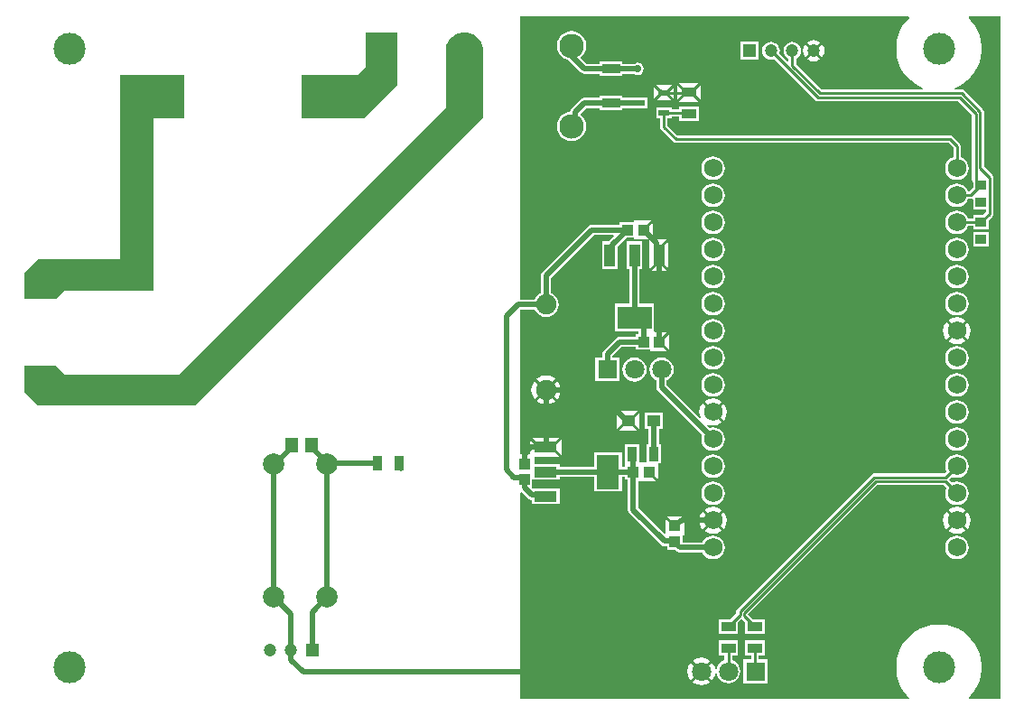
<source format=gtl>
G04*
G04 #@! TF.GenerationSoftware,Altium Limited,Altium Designer,19.1.7 (138)*
G04*
G04 Layer_Physical_Order=1*
G04 Layer_Color=255*
%FSLAX44Y44*%
%MOMM*%
G71*
G01*
G75*
%ADD10C,0.2500*%
%ADD12C,0.2540*%
%ADD18R,1.0000X2.1500*%
%ADD19R,3.2500X2.1500*%
%ADD20R,1.1500X1.4500*%
%ADD21R,0.9500X1.4000*%
%ADD22R,1.0000X1.0000*%
%ADD23R,1.4000X0.9500*%
%ADD24R,1.0000X0.9000*%
%ADD25R,1.0000X1.0000*%
%ADD26R,2.1500X3.2500*%
%ADD27R,2.1500X1.0000*%
%ADD28R,1.7000X0.9000*%
%ADD29R,1.0000X0.6000*%
%ADD30R,1.3000X1.1000*%
%ADD53C,0.5000*%
%ADD54C,1.0000*%
%ADD55R,1.2000X1.2000*%
%ADD56C,1.2000*%
%ADD57C,3.0000*%
%ADD58C,2.0000*%
%ADD59C,1.8000*%
%ADD60R,1.8000X1.8000*%
%ADD61C,1.7530*%
%ADD62C,2.3000*%
%ADD63C,1.9000*%
%ADD64C,0.5000*%
%ADD65C,0.7000*%
G36*
X934902Y5098D02*
X905826D01*
X905340Y6271D01*
X907638Y8569D01*
X910830Y12729D01*
X913452Y17270D01*
X915458Y22115D01*
X916815Y27180D01*
X917500Y32378D01*
X917500Y35000D01*
X917500Y37622D01*
X916815Y42820D01*
X915458Y47885D01*
X913452Y52729D01*
X910830Y57270D01*
X907638Y61430D01*
X903930Y65138D01*
X899771Y68330D01*
X895229Y70952D01*
X890385Y72958D01*
X885320Y74316D01*
X880122Y75000D01*
X877500Y75000D01*
X874878D01*
X869680Y74316D01*
X864615Y72958D01*
X859770Y70952D01*
X855229Y68330D01*
X851069Y65138D01*
X847362Y61430D01*
X844170Y57270D01*
X841548Y52729D01*
X839541Y47885D01*
X838184Y42820D01*
X837500Y37622D01*
Y32378D01*
X838184Y27180D01*
X839541Y22115D01*
X841548Y17270D01*
X844170Y12729D01*
X847362Y8569D01*
X849660Y6271D01*
X849174Y5098D01*
X485000D01*
Y198427D01*
X486270Y198953D01*
X492112Y193111D01*
X493666Y192073D01*
X495500Y191708D01*
X495800Y190497D01*
Y187800D01*
X521700D01*
Y202200D01*
X496610D01*
X496200Y203300D01*
X496200Y203300D01*
X496200D01*
X496200Y203300D01*
Y210800D01*
X521700D01*
Y213208D01*
X554300D01*
Y199550D01*
X580200D01*
Y213208D01*
X583300D01*
Y210800D01*
X585708D01*
Y182500D01*
X585708Y182500D01*
X586073Y180666D01*
X587112Y179111D01*
X616612Y149612D01*
X618166Y148573D01*
X620000Y148208D01*
X620000Y148208D01*
X622800D01*
Y145300D01*
X629423D01*
X630911Y143812D01*
X630911Y143812D01*
X632466Y142773D01*
X634300Y142408D01*
X634300Y142408D01*
X655816D01*
X656122Y141670D01*
X657880Y139380D01*
X660170Y137622D01*
X662838Y136517D01*
X665700Y136140D01*
X668562Y136517D01*
X671230Y137622D01*
X673520Y139380D01*
X675278Y141670D01*
X676383Y144338D01*
X676760Y147200D01*
X676383Y150062D01*
X675278Y152730D01*
X673520Y155020D01*
X671230Y156778D01*
X668562Y157883D01*
X665700Y158260D01*
X662838Y157883D01*
X660170Y156778D01*
X657880Y155020D01*
X656122Y152730D01*
X655816Y151992D01*
X637200D01*
Y158500D01*
X639000D01*
Y174704D01*
X630898Y166602D01*
X630000Y167500D01*
X629102Y166602D01*
X621000Y174704D01*
Y160436D01*
X619827Y159950D01*
X595292Y184485D01*
Y208850D01*
X596500Y209000D01*
Y209000D01*
X612704D01*
X604602Y217102D01*
X606398Y218898D01*
X614500Y210796D01*
Y225800D01*
X616950D01*
Y244200D01*
X614792D01*
Y258300D01*
X618700D01*
Y273700D01*
X601300D01*
Y258300D01*
X605208D01*
Y244200D01*
X603050D01*
Y227000D01*
X596950D01*
Y244200D01*
X583050D01*
Y226367D01*
X583050Y225800D01*
X583050D01*
X583300Y225200D01*
X583300Y225200D01*
Y222792D01*
X580200D01*
Y236450D01*
X554300D01*
Y222792D01*
X521700D01*
Y225200D01*
X498000D01*
Y232000D01*
X521704D01*
X513602Y240102D01*
X514500Y241000D01*
X513602Y241898D01*
X521704Y250000D01*
X495796D01*
X503898Y241898D01*
X502102Y240102D01*
X494000Y248204D01*
Y234500D01*
X485000D01*
Y370208D01*
X498321D01*
X498780Y369100D01*
X500656Y366656D01*
X503100Y364780D01*
X505946Y363601D01*
X509000Y363199D01*
X512054Y363601D01*
X514901Y364780D01*
X517345Y366656D01*
X519220Y369100D01*
X520399Y371946D01*
X520801Y375000D01*
X520399Y378054D01*
X519220Y380900D01*
X517345Y383344D01*
X514901Y385220D01*
X513792Y385679D01*
Y400015D01*
X553985Y440208D01*
X572272D01*
X572758Y439035D01*
X568111Y434389D01*
X567985Y434200D01*
X561800D01*
Y408300D01*
X576200D01*
Y423287D01*
X576292Y423750D01*
Y429015D01*
X585077Y437800D01*
X591500D01*
Y436000D01*
X604730D01*
X606000Y436000D01*
X606000Y434730D01*
Y408296D01*
X614102Y416398D01*
X615000Y415500D01*
X615898Y416398D01*
X624000Y408296D01*
Y434204D01*
X615898Y426102D01*
X614102Y427898D01*
X622204Y436000D01*
X610770D01*
X609500Y436000D01*
X609500Y437270D01*
Y452204D01*
X601398Y444102D01*
X599602Y445898D01*
X607704Y454000D01*
X591500D01*
Y452200D01*
X578300D01*
Y449792D01*
X552000D01*
X552000Y449792D01*
X550166Y449427D01*
X548611Y448388D01*
X548611Y448388D01*
X505611Y405388D01*
X504573Y403834D01*
X504208Y402000D01*
X504208Y402000D01*
Y385679D01*
X503100Y385220D01*
X500656Y383344D01*
X498780Y380900D01*
X498321Y379792D01*
X485000D01*
Y644902D01*
X849174D01*
X849660Y643729D01*
X847362Y641430D01*
X844170Y637270D01*
X841548Y632729D01*
X839541Y627885D01*
X838184Y622820D01*
X837500Y617622D01*
Y612378D01*
X838184Y607179D01*
X839541Y602115D01*
X841548Y597270D01*
X844170Y592729D01*
X847362Y588569D01*
X851070Y584862D01*
X855230Y581670D01*
X859771Y579048D01*
X862668Y577848D01*
X862415Y576578D01*
X767139D01*
X743538Y600179D01*
Y605590D01*
X744135Y605837D01*
X745848Y607152D01*
X747163Y608865D01*
X747989Y610859D01*
X748271Y613000D01*
X747989Y615141D01*
X747163Y617135D01*
X745848Y618848D01*
X744135Y620163D01*
X742141Y620989D01*
X740000Y621271D01*
X737859Y620989D01*
X735865Y620163D01*
X734152Y618848D01*
X732837Y617135D01*
X732011Y615141D01*
X731729Y613000D01*
X732011Y610859D01*
X732837Y608865D01*
X734152Y607152D01*
X735865Y605837D01*
X736462Y605590D01*
Y603201D01*
X735289Y602715D01*
X727741Y610262D01*
X727989Y610859D01*
X728271Y613000D01*
X727989Y615141D01*
X727163Y617135D01*
X725848Y618848D01*
X724135Y620163D01*
X722141Y620989D01*
X720000Y621271D01*
X717859Y620989D01*
X715865Y620163D01*
X714152Y618848D01*
X712837Y617135D01*
X712011Y615141D01*
X711729Y613000D01*
X712011Y610859D01*
X712837Y608865D01*
X714152Y607152D01*
X715865Y605837D01*
X717859Y605011D01*
X720000Y604729D01*
X722141Y605011D01*
X722738Y605258D01*
X761498Y566498D01*
X762646Y565731D01*
X764000Y565462D01*
X895535D01*
X908462Y552534D01*
Y492000D01*
X908731Y490646D01*
X909498Y489498D01*
X909800Y489197D01*
Y485303D01*
X905876Y481380D01*
X904434Y481588D01*
X903878Y482930D01*
X902120Y485220D01*
X899830Y486978D01*
X897162Y488083D01*
X894300Y488460D01*
X891438Y488083D01*
X888770Y486978D01*
X886480Y485220D01*
X884722Y482930D01*
X883617Y480262D01*
X883240Y477400D01*
X883617Y474538D01*
X884722Y471870D01*
X886480Y469580D01*
X888770Y467822D01*
X891438Y466717D01*
X894300Y466340D01*
X897162Y466717D01*
X899830Y467822D01*
X902120Y469580D01*
X903878Y471870D01*
X904703Y473862D01*
X906900D01*
X908254Y474131D01*
X908530Y474316D01*
X909800Y473637D01*
Y464300D01*
X921462D01*
Y461465D01*
X918697Y458700D01*
X909800D01*
Y455538D01*
X904703D01*
X903878Y457530D01*
X902120Y459820D01*
X899830Y461578D01*
X897162Y462683D01*
X894300Y463060D01*
X891438Y462683D01*
X888770Y461578D01*
X886480Y459820D01*
X884722Y457530D01*
X883617Y454862D01*
X883240Y452000D01*
X883617Y449138D01*
X884722Y446470D01*
X886480Y444180D01*
X888770Y442422D01*
X891438Y441317D01*
X894300Y440940D01*
X897162Y441317D01*
X899830Y442422D01*
X902120Y444180D01*
X903878Y446470D01*
X904703Y448462D01*
X909800D01*
Y445300D01*
X924200D01*
Y454197D01*
X927502Y457498D01*
X928269Y458646D01*
X928538Y460000D01*
Y494000D01*
X928269Y495354D01*
X927502Y496502D01*
X919578Y504426D01*
Y555673D01*
X919309Y557027D01*
X918542Y558175D01*
X901175Y575542D01*
X900027Y576309D01*
X898673Y576578D01*
X892585D01*
X892332Y577848D01*
X895230Y579048D01*
X899771Y581670D01*
X903930Y584862D01*
X907638Y588569D01*
X910830Y592729D01*
X913452Y597270D01*
X915458Y602115D01*
X916815Y607179D01*
X917500Y612378D01*
X917500Y615000D01*
X917500Y617622D01*
X916815Y622820D01*
X915458Y627885D01*
X913452Y632729D01*
X910830Y637270D01*
X907638Y641430D01*
X905340Y643729D01*
X905826Y644902D01*
X934902D01*
X934902Y5098D01*
D02*
G37*
G36*
X370000Y581000D02*
X339000Y550000D01*
X280000D01*
Y590000D01*
X332000D01*
X340000Y598000D01*
Y630000D01*
X370000D01*
Y581000D01*
D02*
G37*
G36*
X170000Y550000D02*
X141000Y550000D01*
X141000Y388000D01*
X110000Y388000D01*
Y388000D01*
X58000Y388000D01*
X50000Y380000D01*
X20000Y380000D01*
X20000Y405000D01*
X32500Y417500D01*
X110000Y417500D01*
X110000Y590000D01*
X170000Y590000D01*
X170000Y550000D01*
D02*
G37*
G36*
X433000Y630000D02*
X434674Y630000D01*
X437959Y629347D01*
X441053Y628065D01*
X443837Y626205D01*
X446205Y623837D01*
X448065Y621053D01*
X449347Y617959D01*
X450000Y614674D01*
X450000Y613000D01*
X450000Y613000D01*
X450000Y550000D01*
X180000Y280000D01*
X32500Y280000D01*
X20000Y292500D01*
X20000Y317500D01*
X50000Y317500D01*
X58000Y309500D01*
X164500Y309500D01*
X415000Y560000D01*
X415000Y613000D01*
Y614674D01*
X415653Y617959D01*
X416935Y621052D01*
X418795Y623837D01*
X421163Y626205D01*
X423947Y628065D01*
X427041Y629347D01*
X430326Y630000D01*
X432000D01*
X432000Y630000D01*
X433000Y630000D01*
D02*
G37*
%LPC*%
G36*
X760000Y623086D02*
X757390Y622743D01*
X754957Y621735D01*
X753884Y620912D01*
X760000Y614796D01*
X766116Y620912D01*
X765043Y621735D01*
X762610Y622743D01*
X760000Y623086D01*
D02*
G37*
G36*
X767912Y619116D02*
X761796Y613000D01*
X767912Y606884D01*
X768735Y607957D01*
X769743Y610390D01*
X770086Y613000D01*
X769743Y615611D01*
X768735Y618043D01*
X767912Y619116D01*
D02*
G37*
G36*
X752088Y619116D02*
X751265Y618043D01*
X750257Y615611D01*
X749914Y613000D01*
X750257Y610390D01*
X751265Y607957D01*
X752088Y606884D01*
X758204Y613000D01*
X752088Y619116D01*
D02*
G37*
G36*
X708200Y621200D02*
X691800D01*
Y604800D01*
X708200D01*
Y621200D01*
D02*
G37*
G36*
X760000Y611204D02*
X753884Y605088D01*
X754957Y604265D01*
X757390Y603257D01*
X760000Y602914D01*
X762610Y603257D01*
X765043Y604265D01*
X766116Y605088D01*
X760000Y611204D01*
D02*
G37*
G36*
X533000Y631418D02*
X529424Y630947D01*
X526091Y629567D01*
X523229Y627371D01*
X521033Y624509D01*
X519653Y621176D01*
X519182Y617600D01*
X519653Y614024D01*
X521033Y610691D01*
X523229Y607829D01*
X526091Y605633D01*
X529424Y604253D01*
X530053Y604170D01*
X541612Y592612D01*
X543166Y591573D01*
X545000Y591208D01*
X545000Y591208D01*
X559300D01*
Y589300D01*
X580700D01*
Y591208D01*
X591912D01*
X592776Y590631D01*
X595000Y590188D01*
X597224Y590631D01*
X599109Y591890D01*
X600369Y593776D01*
X600812Y596000D01*
X600369Y598224D01*
X599109Y600109D01*
X597224Y601369D01*
X595000Y601812D01*
X592776Y601369D01*
X591912Y600792D01*
X580700D01*
Y602700D01*
X559300D01*
Y600792D01*
X546985D01*
X541855Y605922D01*
X541938Y607190D01*
X542771Y607829D01*
X544967Y610691D01*
X546347Y614024D01*
X546818Y617600D01*
X546347Y621176D01*
X544967Y624509D01*
X542771Y627371D01*
X539909Y629567D01*
X536576Y630947D01*
X533000Y631418D01*
D02*
G37*
G36*
X580700Y570700D02*
X559300D01*
Y568792D01*
X545000D01*
X545000Y568792D01*
X543166Y568427D01*
X541612Y567389D01*
X541612Y567388D01*
X533056Y558833D01*
X532017Y557278D01*
X531692Y555646D01*
X529424Y555347D01*
X526091Y553967D01*
X523229Y551771D01*
X521033Y548909D01*
X519653Y545576D01*
X519182Y542000D01*
X519653Y538424D01*
X521033Y535091D01*
X523229Y532229D01*
X526091Y530033D01*
X529424Y528653D01*
X533000Y528182D01*
X536576Y528653D01*
X539909Y530033D01*
X542771Y532229D01*
X544967Y535091D01*
X546347Y538424D01*
X546818Y542000D01*
X546347Y545576D01*
X544967Y548909D01*
X542771Y551771D01*
X541879Y552455D01*
X541792Y554015D01*
X546985Y559208D01*
X559300D01*
Y557300D01*
X580700D01*
Y559208D01*
X589370D01*
Y558800D01*
X603770D01*
Y569200D01*
X589370D01*
Y568792D01*
X580700D01*
Y570700D01*
D02*
G37*
G36*
X628500Y578704D02*
X623296Y573500D01*
X628500Y568296D01*
Y578704D01*
D02*
G37*
G36*
X610500Y578704D02*
Y568296D01*
X615704Y573500D01*
X610500Y578704D01*
D02*
G37*
G36*
X632000Y580954D02*
Y567046D01*
X638954Y574000D01*
X632000Y580954D01*
D02*
G37*
G36*
X654000Y580954D02*
X647046Y574000D01*
X654000Y567046D01*
Y580954D01*
D02*
G37*
G36*
X626704Y580500D02*
X612296D01*
X618398Y574398D01*
X617500Y573500D01*
X618398Y572602D01*
X612296Y566500D01*
X626704D01*
X620602Y572602D01*
X621500Y573500D01*
X620602Y574398D01*
X626704Y580500D01*
D02*
G37*
G36*
X652204Y582750D02*
X633796D01*
X641648Y574898D01*
X640750Y574000D01*
X641648Y573102D01*
X633796Y565250D01*
X652204D01*
X644352Y573102D01*
X645250Y574000D01*
X644352Y574898D01*
X652204Y582750D01*
D02*
G37*
G36*
X652200Y560950D02*
X633800D01*
Y558018D01*
X626700D01*
Y559700D01*
X612300D01*
Y549300D01*
X615982D01*
Y541500D01*
X616250Y540154D01*
X617013Y539013D01*
X628513Y527513D01*
X629654Y526750D01*
X631000Y526482D01*
X886543D01*
X890782Y522243D01*
Y513211D01*
X888770Y512378D01*
X886480Y510620D01*
X884722Y508330D01*
X883617Y505662D01*
X883240Y502800D01*
X883617Y499938D01*
X884722Y497270D01*
X886480Y494980D01*
X888770Y493222D01*
X891438Y492117D01*
X894300Y491740D01*
X897162Y492117D01*
X899830Y493222D01*
X902120Y494980D01*
X903878Y497270D01*
X904983Y499938D01*
X905360Y502800D01*
X904983Y505662D01*
X903878Y508330D01*
X902120Y510620D01*
X899830Y512378D01*
X897818Y513211D01*
Y523700D01*
X897550Y525046D01*
X896787Y526187D01*
X890487Y532487D01*
X889346Y533250D01*
X888000Y533518D01*
X632457D01*
X623018Y542957D01*
Y549300D01*
X626700D01*
Y550982D01*
X633800D01*
Y547050D01*
X652200D01*
Y560950D01*
D02*
G37*
G36*
X665700Y513860D02*
X662838Y513483D01*
X660170Y512378D01*
X657880Y510620D01*
X656122Y508330D01*
X655017Y505662D01*
X654640Y502800D01*
X655017Y499938D01*
X656122Y497270D01*
X657880Y494980D01*
X660170Y493222D01*
X662838Y492117D01*
X665700Y491740D01*
X668562Y492117D01*
X671230Y493222D01*
X673520Y494980D01*
X675278Y497270D01*
X676383Y499938D01*
X676760Y502800D01*
X676383Y505662D01*
X675278Y508330D01*
X673520Y510620D01*
X671230Y512378D01*
X668562Y513483D01*
X665700Y513860D01*
D02*
G37*
G36*
Y488460D02*
X662838Y488083D01*
X660170Y486978D01*
X657880Y485220D01*
X656122Y482930D01*
X655017Y480262D01*
X654640Y477400D01*
X655017Y474538D01*
X656122Y471870D01*
X657880Y469580D01*
X660170Y467822D01*
X662838Y466717D01*
X665700Y466340D01*
X668562Y466717D01*
X671230Y467822D01*
X673520Y469580D01*
X675278Y471870D01*
X676383Y474538D01*
X676760Y477400D01*
X676383Y480262D01*
X675278Y482930D01*
X673520Y485220D01*
X671230Y486978D01*
X668562Y488083D01*
X665700Y488460D01*
D02*
G37*
G36*
Y463060D02*
X662838Y462683D01*
X660170Y461578D01*
X657880Y459820D01*
X656122Y457530D01*
X655017Y454862D01*
X654640Y452000D01*
X655017Y449138D01*
X656122Y446470D01*
X657880Y444180D01*
X660170Y442422D01*
X662838Y441317D01*
X665700Y440940D01*
X668562Y441317D01*
X671230Y442422D01*
X673520Y444180D01*
X675278Y446470D01*
X676383Y449138D01*
X676760Y452000D01*
X676383Y454862D01*
X675278Y457530D01*
X673520Y459820D01*
X671230Y461578D01*
X668562Y462683D01*
X665700Y463060D01*
D02*
G37*
G36*
X924200Y442700D02*
X909800D01*
Y429300D01*
X924200D01*
Y442700D01*
D02*
G37*
G36*
X894300Y437660D02*
X891438Y437283D01*
X888770Y436178D01*
X886480Y434420D01*
X884722Y432130D01*
X883617Y429462D01*
X883240Y426600D01*
X883617Y423738D01*
X884722Y421070D01*
X886480Y418780D01*
X888770Y417022D01*
X891438Y415917D01*
X894300Y415540D01*
X897162Y415917D01*
X899830Y417022D01*
X902120Y418780D01*
X903878Y421070D01*
X904983Y423738D01*
X905360Y426600D01*
X904983Y429462D01*
X903878Y432130D01*
X902120Y434420D01*
X899830Y436178D01*
X897162Y437283D01*
X894300Y437660D01*
D02*
G37*
G36*
X665700D02*
X662838Y437283D01*
X660170Y436178D01*
X657880Y434420D01*
X656122Y432130D01*
X655017Y429462D01*
X654640Y426600D01*
X655017Y423738D01*
X656122Y421070D01*
X657880Y418780D01*
X660170Y417022D01*
X662838Y415917D01*
X665700Y415540D01*
X668562Y415917D01*
X671230Y417022D01*
X673520Y418780D01*
X675278Y421070D01*
X676383Y423738D01*
X676760Y426600D01*
X676383Y429462D01*
X675278Y432130D01*
X673520Y434420D01*
X671230Y436178D01*
X668562Y437283D01*
X665700Y437660D01*
D02*
G37*
G36*
X615000Y413704D02*
X607796Y406500D01*
X622204D01*
X615000Y413704D01*
D02*
G37*
G36*
X894300Y412260D02*
X891438Y411883D01*
X888770Y410778D01*
X886480Y409020D01*
X884722Y406730D01*
X883617Y404062D01*
X883240Y401200D01*
X883617Y398338D01*
X884722Y395670D01*
X886480Y393380D01*
X888770Y391622D01*
X891438Y390517D01*
X894300Y390140D01*
X897162Y390517D01*
X899830Y391622D01*
X902120Y393380D01*
X903878Y395670D01*
X904983Y398338D01*
X905360Y401200D01*
X904983Y404062D01*
X903878Y406730D01*
X902120Y409020D01*
X899830Y410778D01*
X897162Y411883D01*
X894300Y412260D01*
D02*
G37*
G36*
X665700D02*
X662838Y411883D01*
X660170Y410778D01*
X657880Y409020D01*
X656122Y406730D01*
X655017Y404062D01*
X654640Y401200D01*
X655017Y398338D01*
X656122Y395670D01*
X657880Y393380D01*
X660170Y391622D01*
X662838Y390517D01*
X665700Y390140D01*
X668562Y390517D01*
X671230Y391622D01*
X673520Y393380D01*
X675278Y395670D01*
X676383Y398338D01*
X676760Y401200D01*
X676383Y404062D01*
X675278Y406730D01*
X673520Y409020D01*
X671230Y410778D01*
X668562Y411883D01*
X665700Y412260D01*
D02*
G37*
G36*
X894300Y386860D02*
X891438Y386483D01*
X888770Y385378D01*
X886480Y383620D01*
X884722Y381330D01*
X883617Y378662D01*
X883240Y375800D01*
X883617Y372938D01*
X884722Y370270D01*
X886480Y367980D01*
X888770Y366222D01*
X891438Y365117D01*
X894300Y364740D01*
X897162Y365117D01*
X899830Y366222D01*
X902120Y367980D01*
X903878Y370270D01*
X904983Y372938D01*
X905360Y375800D01*
X904983Y378662D01*
X903878Y381330D01*
X902120Y383620D01*
X899830Y385378D01*
X897162Y386483D01*
X894300Y386860D01*
D02*
G37*
G36*
X665700D02*
X662838Y386483D01*
X660170Y385378D01*
X657880Y383620D01*
X656122Y381330D01*
X655017Y378662D01*
X654640Y375800D01*
X655017Y372938D01*
X656122Y370270D01*
X657880Y367980D01*
X660170Y366222D01*
X662838Y365117D01*
X665700Y364740D01*
X668562Y365117D01*
X671230Y366222D01*
X673520Y367980D01*
X675278Y370270D01*
X676383Y372938D01*
X676760Y375800D01*
X676383Y378662D01*
X675278Y381330D01*
X673520Y383620D01*
X671230Y385378D01*
X668562Y386483D01*
X665700Y386860D01*
D02*
G37*
G36*
X894300Y363275D02*
X890968Y362836D01*
X887862Y361550D01*
X886212Y360284D01*
X894300Y352196D01*
X902388Y360284D01*
X900738Y361550D01*
X897632Y362836D01*
X894300Y363275D01*
D02*
G37*
G36*
X599200Y434200D02*
X584800D01*
Y408300D01*
X587208D01*
Y375700D01*
X573550D01*
Y349800D01*
X595708D01*
Y347200D01*
X593300D01*
Y344792D01*
X578000D01*
X578000Y344792D01*
X576166Y344427D01*
X574612Y343388D01*
X563212Y331988D01*
X562173Y330434D01*
X561808Y328600D01*
X561808Y328600D01*
Y325200D01*
X555400D01*
Y302800D01*
X577800D01*
Y325200D01*
X571392D01*
Y326615D01*
X579985Y335208D01*
X593300D01*
Y332800D01*
X606500D01*
Y331000D01*
X622704D01*
X614602Y339102D01*
X615500Y340000D01*
X614602Y340898D01*
X622704Y349000D01*
X611389D01*
X610450Y349800D01*
Y375700D01*
X596792D01*
Y408300D01*
X599200D01*
Y434200D01*
D02*
G37*
G36*
X904184Y358488D02*
X896096Y350400D01*
X904184Y342312D01*
X905450Y343962D01*
X906736Y347068D01*
X907175Y350400D01*
X906736Y353732D01*
X905450Y356838D01*
X904184Y358488D01*
D02*
G37*
G36*
X884416Y358488D02*
X883150Y356838D01*
X881864Y353732D01*
X881425Y350400D01*
X881864Y347068D01*
X883150Y343962D01*
X884416Y342312D01*
X892504Y350400D01*
X884416Y358488D01*
D02*
G37*
G36*
X665700Y361460D02*
X662838Y361083D01*
X660170Y359978D01*
X657880Y358220D01*
X656122Y355930D01*
X655017Y353262D01*
X654640Y350400D01*
X655017Y347538D01*
X656122Y344870D01*
X657880Y342580D01*
X660170Y340822D01*
X662838Y339717D01*
X665700Y339340D01*
X668562Y339717D01*
X671230Y340822D01*
X673520Y342580D01*
X675278Y344870D01*
X676383Y347538D01*
X676760Y350400D01*
X676383Y353262D01*
X675278Y355930D01*
X673520Y358220D01*
X671230Y359978D01*
X668562Y361083D01*
X665700Y361460D01*
D02*
G37*
G36*
X894300Y348604D02*
X886212Y340516D01*
X887862Y339250D01*
X890968Y337964D01*
X894300Y337525D01*
X897632Y337964D01*
X900738Y339250D01*
X902388Y340516D01*
X894300Y348604D01*
D02*
G37*
G36*
X624500Y347204D02*
X617296Y340000D01*
X624500Y332796D01*
Y347204D01*
D02*
G37*
G36*
X894300Y336060D02*
X891438Y335683D01*
X888770Y334578D01*
X886480Y332820D01*
X884722Y330530D01*
X883617Y327862D01*
X883240Y325000D01*
X883617Y322138D01*
X884722Y319470D01*
X886480Y317180D01*
X888770Y315422D01*
X891438Y314317D01*
X894300Y313940D01*
X897162Y314317D01*
X899830Y315422D01*
X902120Y317180D01*
X903878Y319470D01*
X904983Y322138D01*
X905360Y325000D01*
X904983Y327862D01*
X903878Y330530D01*
X902120Y332820D01*
X899830Y334578D01*
X897162Y335683D01*
X894300Y336060D01*
D02*
G37*
G36*
X665700D02*
X662838Y335683D01*
X660170Y334578D01*
X657880Y332820D01*
X656122Y330530D01*
X655017Y327862D01*
X654640Y325000D01*
X655017Y322138D01*
X656122Y319470D01*
X657880Y317180D01*
X660170Y315422D01*
X662838Y314317D01*
X665700Y313940D01*
X668562Y314317D01*
X671230Y315422D01*
X673520Y317180D01*
X675278Y319470D01*
X676383Y322138D01*
X676760Y325000D01*
X676383Y327862D01*
X675278Y330530D01*
X673520Y332820D01*
X671230Y334578D01*
X668562Y335683D01*
X665700Y336060D01*
D02*
G37*
G36*
X592000Y325297D02*
X589076Y324912D01*
X586352Y323783D01*
X584012Y321988D01*
X582217Y319648D01*
X581088Y316924D01*
X580703Y314000D01*
X581088Y311076D01*
X582217Y308352D01*
X584012Y306012D01*
X586352Y304217D01*
X589076Y303088D01*
X592000Y302703D01*
X594924Y303088D01*
X597648Y304217D01*
X599988Y306012D01*
X601783Y308352D01*
X602912Y311076D01*
X603297Y314000D01*
X602912Y316924D01*
X601783Y319648D01*
X599988Y321988D01*
X597648Y323783D01*
X594924Y324912D01*
X592000Y325297D01*
D02*
G37*
G36*
X509000Y308617D02*
X505476Y308153D01*
X502192Y306792D01*
X500388Y305408D01*
X509000Y296796D01*
X517612Y305408D01*
X515808Y306792D01*
X512524Y308153D01*
X509000Y308617D01*
D02*
G37*
G36*
X894300Y310660D02*
X891438Y310283D01*
X888770Y309178D01*
X886480Y307420D01*
X884722Y305130D01*
X883617Y302462D01*
X883240Y299600D01*
X883617Y296738D01*
X884722Y294070D01*
X886480Y291780D01*
X888770Y290022D01*
X891438Y288917D01*
X894300Y288540D01*
X897162Y288917D01*
X899830Y290022D01*
X902120Y291780D01*
X903878Y294070D01*
X904983Y296738D01*
X905360Y299600D01*
X904983Y302462D01*
X903878Y305130D01*
X902120Y307420D01*
X899830Y309178D01*
X897162Y310283D01*
X894300Y310660D01*
D02*
G37*
G36*
X665700D02*
X662838Y310283D01*
X660170Y309178D01*
X657880Y307420D01*
X656122Y305130D01*
X655017Y302462D01*
X654640Y299600D01*
X655017Y296738D01*
X656122Y294070D01*
X657880Y291780D01*
X660170Y290022D01*
X662838Y288917D01*
X665700Y288540D01*
X668562Y288917D01*
X671230Y290022D01*
X673520Y291780D01*
X675278Y294070D01*
X676383Y296738D01*
X676760Y299600D01*
X676383Y302462D01*
X675278Y305130D01*
X673520Y307420D01*
X671230Y309178D01*
X668562Y310283D01*
X665700Y310660D01*
D02*
G37*
G36*
X498592Y303612D02*
X497208Y301808D01*
X495848Y298524D01*
X495383Y295000D01*
X495848Y291476D01*
X497208Y288192D01*
X498592Y286388D01*
X507204Y295000D01*
X498592Y303612D01*
D02*
G37*
G36*
X519408Y303612D02*
X510796Y295000D01*
X519408Y286388D01*
X520792Y288192D01*
X522152Y291476D01*
X522617Y295000D01*
X522152Y298524D01*
X520792Y301808D01*
X519408Y303612D01*
D02*
G37*
G36*
X509000Y293204D02*
X500388Y284592D01*
X502192Y283208D01*
X505476Y281847D01*
X509000Y281383D01*
X512524Y281847D01*
X515808Y283208D01*
X517612Y284592D01*
X509000Y293204D01*
D02*
G37*
G36*
X665700Y287075D02*
X662368Y286636D01*
X659262Y285350D01*
X657612Y284084D01*
X665700Y275996D01*
X673788Y284084D01*
X672138Y285350D01*
X669032Y286636D01*
X665700Y287075D01*
D02*
G37*
G36*
X675584Y282288D02*
X667496Y274200D01*
X675584Y266112D01*
X676850Y267762D01*
X678136Y270868D01*
X678575Y274200D01*
X678136Y277532D01*
X676850Y280638D01*
X675584Y282288D01*
D02*
G37*
G36*
X894300Y285260D02*
X891438Y284883D01*
X888770Y283778D01*
X886480Y282020D01*
X884722Y279730D01*
X883617Y277062D01*
X883240Y274200D01*
X883617Y271338D01*
X884722Y268670D01*
X886480Y266380D01*
X888770Y264622D01*
X891438Y263517D01*
X894300Y263140D01*
X897162Y263517D01*
X899830Y264622D01*
X902120Y266380D01*
X903878Y268670D01*
X904983Y271338D01*
X905360Y274200D01*
X904983Y277062D01*
X903878Y279730D01*
X902120Y282020D01*
X899830Y283778D01*
X897162Y284883D01*
X894300Y285260D01*
D02*
G37*
G36*
X617400Y325297D02*
X614476Y324912D01*
X611752Y323783D01*
X609412Y321988D01*
X607617Y319648D01*
X606488Y316924D01*
X606103Y314000D01*
X606488Y311076D01*
X607617Y308352D01*
X609412Y306012D01*
X611752Y304217D01*
X612608Y303862D01*
Y297100D01*
X612608Y297100D01*
X612973Y295266D01*
X614011Y293711D01*
X655323Y252400D01*
X655017Y251662D01*
X654640Y248800D01*
X655017Y245938D01*
X656122Y243270D01*
X657880Y240980D01*
X660170Y239222D01*
X662838Y238117D01*
X665700Y237740D01*
X668562Y238117D01*
X671230Y239222D01*
X673520Y240980D01*
X675278Y243270D01*
X676383Y245938D01*
X676760Y248800D01*
X676383Y251662D01*
X675278Y254330D01*
X673520Y256620D01*
X671230Y258378D01*
X668562Y259483D01*
X665700Y259860D01*
X662838Y259483D01*
X662100Y259177D01*
X659842Y261435D01*
X660561Y262512D01*
X662368Y261764D01*
X665700Y261325D01*
X669032Y261764D01*
X672138Y263050D01*
X673788Y264316D01*
X664802Y273302D01*
X655816Y282288D01*
X654550Y280638D01*
X653264Y277532D01*
X652825Y274200D01*
X653264Y270868D01*
X654012Y269061D01*
X652935Y268342D01*
X622192Y299085D01*
Y303862D01*
X623048Y304217D01*
X625388Y306012D01*
X627183Y308352D01*
X628312Y311076D01*
X628697Y314000D01*
X628312Y316924D01*
X627183Y319648D01*
X625388Y321988D01*
X623048Y323783D01*
X620324Y324912D01*
X617400Y325297D01*
D02*
G37*
G36*
X575500Y273704D02*
Y258296D01*
X583204Y266000D01*
X575500Y273704D01*
D02*
G37*
G36*
X596500Y273704D02*
X588796Y266000D01*
X596500Y258296D01*
Y273704D01*
D02*
G37*
G36*
X594704Y275500D02*
X577296D01*
X585898Y266898D01*
X585000Y266000D01*
X585898Y265102D01*
X577296Y256500D01*
X594704D01*
X586102Y265102D01*
X587000Y266000D01*
X586102Y266898D01*
X594704Y275500D01*
D02*
G37*
G36*
X894300Y259860D02*
X891438Y259483D01*
X888770Y258378D01*
X886480Y256620D01*
X884722Y254330D01*
X883617Y251662D01*
X883240Y248800D01*
X883617Y245938D01*
X884722Y243270D01*
X886480Y240980D01*
X888770Y239222D01*
X891438Y238117D01*
X894300Y237740D01*
X897162Y238117D01*
X899830Y239222D01*
X902120Y240980D01*
X903878Y243270D01*
X904983Y245938D01*
X905360Y248800D01*
X904983Y251662D01*
X903878Y254330D01*
X902120Y256620D01*
X899830Y258378D01*
X897162Y259483D01*
X894300Y259860D01*
D02*
G37*
G36*
X523500Y248204D02*
X516296Y241000D01*
X523500Y233796D01*
Y248204D01*
D02*
G37*
G36*
X894300Y234460D02*
X891438Y234083D01*
X888770Y232978D01*
X886480Y231220D01*
X884722Y228930D01*
X883617Y226262D01*
X883240Y223400D01*
X883617Y220538D01*
X884451Y218525D01*
X882443Y216518D01*
X816343D01*
X814997Y216250D01*
X813856Y215487D01*
X688513Y90144D01*
X687750Y89003D01*
X687482Y87657D01*
Y85457D01*
X681975Y79950D01*
X670800D01*
Y66050D01*
X689200D01*
Y77225D01*
X692490Y80515D01*
X692513Y80513D01*
X695800Y77225D01*
Y66050D01*
X714200D01*
Y79950D01*
X703025D01*
X698518Y84457D01*
Y84543D01*
X819457Y205482D01*
X881843D01*
X884451Y202875D01*
X883617Y200862D01*
X883240Y198000D01*
X883617Y195138D01*
X884722Y192470D01*
X886480Y190180D01*
X888770Y188422D01*
X891438Y187317D01*
X894300Y186940D01*
X897162Y187317D01*
X899830Y188422D01*
X902120Y190180D01*
X903878Y192470D01*
X904983Y195138D01*
X905360Y198000D01*
X904983Y200862D01*
X903878Y203530D01*
X902120Y205820D01*
X899830Y207578D01*
X897162Y208683D01*
X894300Y209060D01*
X891438Y208683D01*
X889425Y207849D01*
X886575Y210700D01*
X889425Y213551D01*
X891438Y212717D01*
X894300Y212340D01*
X897162Y212717D01*
X899830Y213822D01*
X902120Y215580D01*
X903878Y217870D01*
X904983Y220538D01*
X905360Y223400D01*
X904983Y226262D01*
X903878Y228930D01*
X902120Y231220D01*
X899830Y232978D01*
X897162Y234083D01*
X894300Y234460D01*
D02*
G37*
G36*
X665700D02*
X662838Y234083D01*
X660170Y232978D01*
X657880Y231220D01*
X656122Y228930D01*
X655017Y226262D01*
X654640Y223400D01*
X655017Y220538D01*
X656122Y217870D01*
X657880Y215580D01*
X660170Y213822D01*
X662838Y212717D01*
X665700Y212340D01*
X668562Y212717D01*
X671230Y213822D01*
X673520Y215580D01*
X675278Y217870D01*
X676383Y220538D01*
X676760Y223400D01*
X676383Y226262D01*
X675278Y228930D01*
X673520Y231220D01*
X671230Y232978D01*
X668562Y234083D01*
X665700Y234460D01*
D02*
G37*
G36*
Y209060D02*
X662838Y208683D01*
X660170Y207578D01*
X657880Y205820D01*
X656122Y203530D01*
X655017Y200862D01*
X654640Y198000D01*
X655017Y195138D01*
X656122Y192470D01*
X657880Y190180D01*
X660170Y188422D01*
X662838Y187317D01*
X665700Y186940D01*
X668562Y187317D01*
X671230Y188422D01*
X673520Y190180D01*
X675278Y192470D01*
X676383Y195138D01*
X676760Y198000D01*
X676383Y200862D01*
X675278Y203530D01*
X673520Y205820D01*
X671230Y207578D01*
X668562Y208683D01*
X665700Y209060D01*
D02*
G37*
G36*
Y185475D02*
X662368Y185036D01*
X659262Y183750D01*
X657612Y182484D01*
X665700Y174396D01*
X673788Y182484D01*
X672138Y183750D01*
X669032Y185036D01*
X665700Y185475D01*
D02*
G37*
G36*
X894300D02*
X890968Y185036D01*
X887862Y183750D01*
X886212Y182484D01*
X894300Y174396D01*
X902388Y182484D01*
X900738Y183750D01*
X897632Y185036D01*
X894300Y185475D01*
D02*
G37*
G36*
X637204Y176500D02*
X622796D01*
X630000Y169296D01*
X637204Y176500D01*
D02*
G37*
G36*
X675584Y180688D02*
X667496Y172600D01*
X675584Y164512D01*
X676850Y166162D01*
X678136Y169268D01*
X678575Y172600D01*
X678136Y175932D01*
X676850Y179038D01*
X675584Y180688D01*
D02*
G37*
G36*
X904184D02*
X896096Y172600D01*
X904184Y164512D01*
X905450Y166162D01*
X906736Y169268D01*
X907175Y172600D01*
X906736Y175932D01*
X905450Y179038D01*
X904184Y180688D01*
D02*
G37*
G36*
X884416Y180688D02*
X883150Y179038D01*
X881864Y175932D01*
X881425Y172600D01*
X881864Y169268D01*
X883150Y166162D01*
X884416Y164512D01*
X892504Y172600D01*
X884416Y180688D01*
D02*
G37*
G36*
X655816D02*
X654550Y179038D01*
X653264Y175932D01*
X652825Y172600D01*
X653264Y169268D01*
X654550Y166162D01*
X655816Y164512D01*
X663904Y172600D01*
X655816Y180688D01*
D02*
G37*
G36*
X894300Y170804D02*
X886212Y162716D01*
X887862Y161450D01*
X890968Y160164D01*
X894300Y159725D01*
X897632Y160164D01*
X900738Y161450D01*
X902388Y162716D01*
X894300Y170804D01*
D02*
G37*
G36*
X665700D02*
X657612Y162716D01*
X659262Y161450D01*
X662368Y160164D01*
X665700Y159725D01*
X669032Y160164D01*
X672138Y161450D01*
X673788Y162716D01*
X665700Y170804D01*
D02*
G37*
G36*
X894300Y158260D02*
X891438Y157883D01*
X888770Y156778D01*
X886480Y155020D01*
X884722Y152730D01*
X883617Y150062D01*
X883240Y147200D01*
X883617Y144338D01*
X884722Y141670D01*
X886480Y139380D01*
X888770Y137622D01*
X891438Y136517D01*
X894300Y136140D01*
X897162Y136517D01*
X899830Y137622D01*
X902120Y139380D01*
X903878Y141670D01*
X904983Y144338D01*
X905360Y147200D01*
X904983Y150062D01*
X903878Y152730D01*
X902120Y155020D01*
X899830Y156778D01*
X897162Y157883D01*
X894300Y158260D01*
D02*
G37*
G36*
X654600Y44112D02*
X651206Y43665D01*
X648044Y42355D01*
X646345Y41052D01*
X654600Y32796D01*
X662856Y41051D01*
X661156Y42355D01*
X657994Y43665D01*
X654600Y44112D01*
D02*
G37*
G36*
X689200Y59950D02*
X670800D01*
Y46050D01*
X676482D01*
Y41666D01*
X674352Y40783D01*
X672012Y38988D01*
X670217Y36648D01*
X669088Y33924D01*
X668848Y32100D01*
X667567D01*
X667265Y34394D01*
X665956Y37556D01*
X664651Y39255D01*
X656396Y31000D01*
X664651Y22745D01*
X665956Y24444D01*
X667265Y27606D01*
X667567Y29900D01*
X668848D01*
X669088Y28076D01*
X670217Y25352D01*
X672012Y23012D01*
X674352Y21217D01*
X677076Y20088D01*
X680000Y19703D01*
X682924Y20088D01*
X685648Y21217D01*
X687988Y23012D01*
X689783Y25352D01*
X690912Y28076D01*
X691297Y31000D01*
X690912Y33924D01*
X689783Y36648D01*
X687988Y38988D01*
X685648Y40783D01*
X683518Y41666D01*
Y46050D01*
X689200D01*
Y59950D01*
D02*
G37*
G36*
X644549Y39255D02*
X643245Y37556D01*
X641935Y34394D01*
X641488Y31000D01*
X641935Y27606D01*
X643245Y24444D01*
X644549Y22745D01*
X652804Y31000D01*
X644549Y39255D01*
D02*
G37*
G36*
X714200Y59950D02*
X695800D01*
Y46050D01*
X701482D01*
Y42200D01*
X694200D01*
Y19800D01*
X716600D01*
Y42200D01*
X708518D01*
Y46050D01*
X714200D01*
Y59950D01*
D02*
G37*
G36*
X654600Y29204D02*
X646345Y20949D01*
X648044Y19645D01*
X651206Y18335D01*
X654600Y17888D01*
X657994Y18335D01*
X661156Y19645D01*
X662856Y20949D01*
X654600Y29204D01*
D02*
G37*
%LPD*%
G54D10*
X705000Y31400D02*
X705400Y31000D01*
X705000Y31400D02*
Y53000D01*
X680000Y31000D02*
Y53000D01*
X691000Y87657D02*
X816343Y213000D01*
X691000Y84000D02*
Y87657D01*
X816343Y213000D02*
X883900D01*
X818000Y209000D02*
X883300D01*
X695000Y86000D02*
X818000Y209000D01*
X695000Y83000D02*
Y86000D01*
Y83000D02*
X705000Y73000D01*
X680000D02*
X691000Y84000D01*
X883300Y209000D02*
X894300Y198000D01*
X883900Y213000D02*
X894300Y223400D01*
X888000Y530000D02*
X894300Y523700D01*
X631000Y530000D02*
X888000D01*
X619500Y541500D02*
X631000Y530000D01*
X894300Y502800D02*
Y523700D01*
X619500Y541500D02*
Y554500D01*
X642500D01*
X619500Y573500D02*
X642500D01*
G54D12*
X925000Y460000D02*
Y494000D01*
X916040Y502960D02*
X925000Y494000D01*
X916040Y502960D02*
Y555673D01*
X898673Y573040D02*
X916040Y555673D01*
X765673Y573040D02*
X898673D01*
X917000Y452000D02*
X925000Y460000D01*
X894300Y477400D02*
X906900D01*
X916500Y487000D01*
X917000D01*
X912000Y492000D02*
X917000Y487000D01*
X912000Y492000D02*
Y554000D01*
X894300Y452000D02*
X917000D01*
X897000Y569000D02*
X912000Y554000D01*
X740000Y598713D02*
X765673Y573040D01*
X740000Y598713D02*
Y613000D01*
X764000Y569000D02*
X897000D01*
X720000Y613000D02*
X764000Y569000D01*
G54D18*
X615000Y421250D02*
D03*
X592000Y421250D02*
D03*
X569000Y421250D02*
D03*
G54D19*
X592000Y362750D02*
D03*
G54D20*
X271000Y243000D02*
D03*
X289000D02*
D03*
G54D21*
X371000Y226000D02*
D03*
X351000D02*
D03*
X590000Y235000D02*
D03*
X610000D02*
D03*
G54D22*
X615500Y340000D02*
D03*
X600500D02*
D03*
X600500Y445000D02*
D03*
X585500D02*
D03*
X605500Y218000D02*
D03*
X590500D02*
D03*
G54D23*
X680000Y73000D02*
D03*
Y53000D02*
D03*
X705000Y73000D02*
D03*
Y53000D02*
D03*
X643000Y554000D02*
D03*
Y574000D02*
D03*
G54D24*
X917000Y471000D02*
D03*
Y487000D02*
D03*
Y436000D02*
D03*
Y452000D02*
D03*
G54D25*
X630000Y167500D02*
D03*
Y152500D02*
D03*
X489000Y225500D02*
D03*
Y210500D02*
D03*
G54D26*
X567250Y218000D02*
D03*
G54D27*
X508750Y195000D02*
D03*
X508750Y218000D02*
D03*
X508750Y241000D02*
D03*
G54D28*
X570000Y596000D02*
D03*
Y564000D02*
D03*
G54D29*
X619500Y554500D02*
D03*
Y573500D02*
D03*
X596570Y564000D02*
D03*
G54D30*
X610000Y266000D02*
D03*
X586000D02*
D03*
G54D53*
X589000Y218000D02*
X590250Y219250D01*
X483000Y375000D02*
X509000D01*
X472000Y364000D02*
X483000Y375000D01*
X472000Y220000D02*
Y364000D01*
X630000Y166500D02*
X636100Y172600D01*
X607000Y216500D02*
Y218000D01*
X507625Y242125D02*
X509000Y243500D01*
X281400Y30600D02*
X558000D01*
X270000Y42000D02*
X281400Y30600D01*
X270000Y42000D02*
Y51000D01*
X371000Y223750D02*
X373250Y221500D01*
X371000Y223750D02*
Y226000D01*
X350750Y225750D02*
X351000Y226000D01*
X304250Y225750D02*
X350750D01*
X304000Y225500D02*
X304250Y225750D01*
X304000Y225500D02*
Y226500D01*
X289000Y241500D02*
X304000Y226500D01*
X289000Y241500D02*
Y243000D01*
X271000Y241500D02*
Y243000D01*
X255000Y225500D02*
X271000Y241500D01*
X254000Y225500D02*
X255000D01*
X304000Y100500D02*
Y225500D01*
X254000Y100500D02*
Y225500D01*
Y100500D02*
X270000Y84500D01*
Y51000D02*
Y84500D01*
X290000Y86500D02*
X304000Y100500D01*
X290000Y51000D02*
Y86500D01*
X585000Y266000D02*
X586000D01*
X488250Y226250D02*
X489000Y225500D01*
X600500Y340000D02*
Y362750D01*
X578000Y340000D02*
X600500D01*
X566600Y328600D02*
X578000Y340000D01*
X592000Y362750D02*
X600500D01*
X566600Y314000D02*
Y328600D01*
X615250Y340250D02*
X615500Y340000D01*
X615250Y340250D02*
Y421000D01*
X615000Y421250D02*
X615250Y421000D01*
X617400Y297100D02*
Y314000D01*
Y297100D02*
X665700Y248800D01*
X592000Y362750D02*
Y421250D01*
X509000Y375000D02*
Y402000D01*
X552000Y445000D01*
X585500D01*
X612500Y423750D02*
X615000Y421250D01*
X612500Y423750D02*
Y433000D01*
X600500Y445000D02*
X612500Y433000D01*
X569000Y421250D02*
X571500Y423750D01*
Y431000D01*
X585500Y445000D01*
X590250Y219250D02*
Y234750D01*
Y218250D02*
Y219250D01*
X590000Y235000D02*
X590250Y234750D01*
Y218250D02*
X590500Y218000D01*
X509000Y295000D02*
X556000D01*
X585000Y266000D01*
X610000Y235000D02*
Y266000D01*
X495000Y241000D02*
X508750D01*
X489000Y235000D02*
X495000Y241000D01*
X489000Y225500D02*
Y235000D01*
X495500Y196500D02*
X507250D01*
X489000Y203000D02*
X495500Y196500D01*
X489000Y203000D02*
Y210500D01*
X507250Y196500D02*
X508750Y195000D01*
X472000Y220000D02*
X479000Y213000D01*
X486500D01*
X489000Y210500D01*
X620000Y153000D02*
X629500D01*
X590500Y182500D02*
X620000Y153000D01*
X590500Y182500D02*
Y218000D01*
X629500Y153000D02*
X630000Y152500D01*
X509000Y243500D02*
Y295000D01*
X508750Y218000D02*
X567250D01*
X589000D01*
X630000Y151500D02*
Y152500D01*
X634300Y147200D02*
X665700D01*
X630000Y151500D02*
X634300Y147200D01*
X636100Y172600D02*
X665700D01*
X603000Y621000D02*
X616000Y608000D01*
X617000Y574000D02*
X617500Y573500D01*
X619500D01*
X602000Y621000D02*
X603000D01*
X570000Y596000D02*
X595000D01*
X570000Y596000D02*
X570000Y596000D01*
X601000Y621000D02*
X602000D01*
X642500Y554500D02*
X643000Y554000D01*
X596570Y564000D02*
X596570Y564000D01*
X570000Y564000D02*
X596570D01*
X545000D02*
X570000D01*
X536444Y555444D02*
X545000Y564000D01*
X536444Y545444D02*
Y555444D01*
X545000Y596000D02*
X570000D01*
X533000Y608000D02*
X545000Y596000D01*
X533000Y608000D02*
Y617600D01*
Y542000D02*
X536444Y545444D01*
G54D54*
X169000Y295000D02*
X432200Y558200D01*
X124000Y295000D02*
X169000D01*
X432200Y558200D02*
Y617600D01*
X290000Y570000D02*
X340000D01*
X356600Y586600D01*
Y617600D01*
G54D55*
X290000Y51000D02*
D03*
X700000Y613000D02*
D03*
G54D56*
X270000Y51000D02*
D03*
X250000D02*
D03*
X740000Y613000D02*
D03*
X720000D02*
D03*
X760000D02*
D03*
G54D57*
X300000Y570000D02*
D03*
X150000D02*
D03*
X40000Y300000D02*
D03*
Y400000D02*
D03*
X877500Y615000D02*
D03*
Y35000D02*
D03*
X62500D02*
D03*
Y615000D02*
D03*
G54D58*
X304000Y100500D02*
D03*
Y225500D02*
D03*
X254000Y100500D02*
D03*
Y225500D02*
D03*
G54D59*
X592000Y314000D02*
D03*
X617400D02*
D03*
X680000Y31000D02*
D03*
X654600D02*
D03*
G54D60*
X566600Y314000D02*
D03*
X705400Y31000D02*
D03*
G54D61*
X894300Y325000D02*
D03*
Y350400D02*
D03*
Y375800D02*
D03*
Y401200D02*
D03*
Y426600D02*
D03*
Y452000D02*
D03*
Y477400D02*
D03*
Y502800D02*
D03*
Y299600D02*
D03*
Y274200D02*
D03*
Y248800D02*
D03*
Y223400D02*
D03*
Y198000D02*
D03*
Y172600D02*
D03*
Y147200D02*
D03*
X665700D02*
D03*
Y172600D02*
D03*
Y198000D02*
D03*
Y223400D02*
D03*
Y248800D02*
D03*
Y274200D02*
D03*
Y299600D02*
D03*
Y502800D02*
D03*
Y477400D02*
D03*
Y452000D02*
D03*
Y426600D02*
D03*
Y401200D02*
D03*
Y375800D02*
D03*
Y350400D02*
D03*
Y325000D02*
D03*
G54D62*
X356600Y617600D02*
D03*
X533000Y542000D02*
D03*
Y617600D02*
D03*
X432200D02*
D03*
G54D63*
X124000Y402500D02*
D03*
Y295000D02*
D03*
X509000D02*
D03*
Y375000D02*
D03*
G54D64*
X371000Y226000D02*
D03*
X605500Y218000D02*
D03*
X586000Y266000D02*
D03*
X615500Y340000D02*
D03*
X917000Y436000D02*
D03*
Y471000D02*
D03*
G54D65*
X595000Y596000D02*
D03*
X643000Y574000D02*
D03*
M02*

</source>
